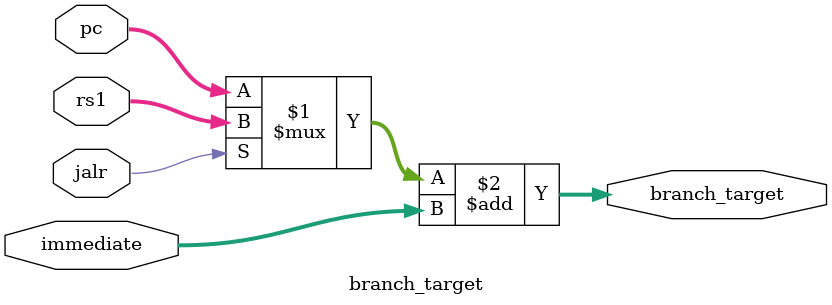
<source format=sv>
module branch_target #(parameter XLEN=32) (
	input logic [XLEN-1:0]	pc,
	input logic [XLEN-1:0]	rs1,
	input logic [XLEN-1:0]	immediate,
	input logic		jalr,

	output logic [XLEN-1:0]	branch_target
);
	assign branch_target = (jalr ? rs1 : pc) + immediate;
endmodule

</source>
